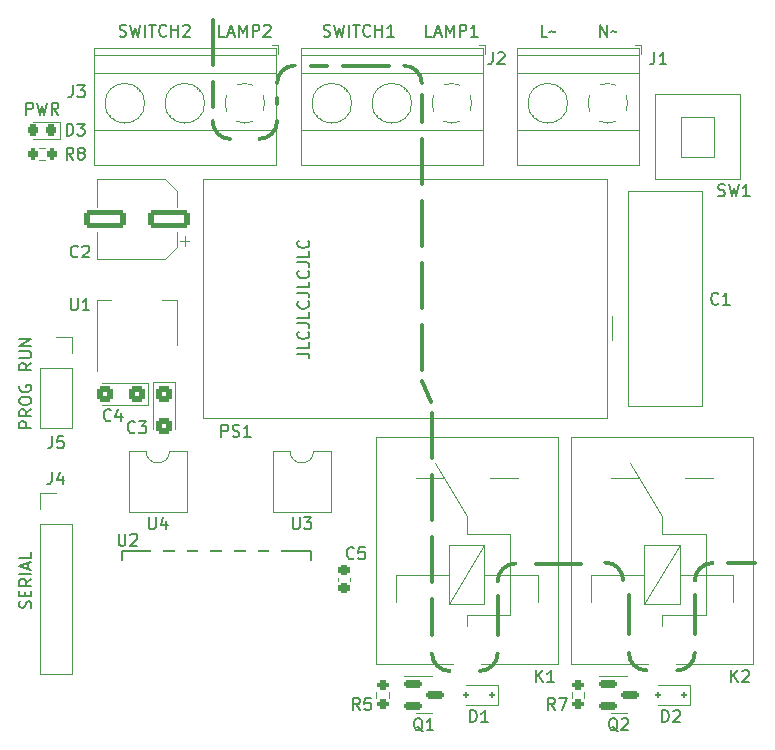
<source format=gto>
G04 #@! TF.GenerationSoftware,KiCad,Pcbnew,7.0.8*
G04 #@! TF.CreationDate,2024-05-09T20:38:46-03:00*
G04 #@! TF.ProjectId,lamp_module_x2,6c616d70-5f6d-46f6-9475-6c655f78322e,1.1*
G04 #@! TF.SameCoordinates,Original*
G04 #@! TF.FileFunction,Legend,Top*
G04 #@! TF.FilePolarity,Positive*
%FSLAX46Y46*%
G04 Gerber Fmt 4.6, Leading zero omitted, Abs format (unit mm)*
G04 Created by KiCad (PCBNEW 7.0.8) date 2024-05-09 20:38:46*
%MOMM*%
%LPD*%
G01*
G04 APERTURE LIST*
G04 Aperture macros list*
%AMRoundRect*
0 Rectangle with rounded corners*
0 $1 Rounding radius*
0 $2 $3 $4 $5 $6 $7 $8 $9 X,Y pos of 4 corners*
0 Add a 4 corners polygon primitive as box body*
4,1,4,$2,$3,$4,$5,$6,$7,$8,$9,$2,$3,0*
0 Add four circle primitives for the rounded corners*
1,1,$1+$1,$2,$3*
1,1,$1+$1,$4,$5*
1,1,$1+$1,$6,$7*
1,1,$1+$1,$8,$9*
0 Add four rect primitives between the rounded corners*
20,1,$1+$1,$2,$3,$4,$5,0*
20,1,$1+$1,$4,$5,$6,$7,0*
20,1,$1+$1,$6,$7,$8,$9,0*
20,1,$1+$1,$8,$9,$2,$3,0*%
G04 Aperture macros list end*
%ADD10C,0.200000*%
%ADD11C,0.350000*%
%ADD12C,0.150000*%
%ADD13C,0.120000*%
%ADD14C,0.152400*%
%ADD15RoundRect,0.125000X0.125000X0.125000X-0.125000X0.125000X-0.125000X-0.125000X0.125000X-0.125000X0*%
%ADD16R,2.000000X1.780000*%
%ADD17RoundRect,0.200000X-0.275000X0.200000X-0.275000X-0.200000X0.275000X-0.200000X0.275000X0.200000X0*%
%ADD18RoundRect,0.150000X-0.587500X-0.150000X0.587500X-0.150000X0.587500X0.150000X-0.587500X0.150000X0*%
%ADD19C,3.000000*%
%ADD20C,2.600000*%
%ADD21R,2.600000X2.600000*%
%ADD22RoundRect,0.225000X-0.250000X0.225000X-0.250000X-0.225000X0.250000X-0.225000X0.250000X0.225000X0*%
%ADD23C,2.500000*%
%ADD24O,1.700000X1.700000*%
%ADD25R,1.700000X1.700000*%
%ADD26RoundRect,0.218750X0.218750X0.256250X-0.218750X0.256250X-0.218750X-0.256250X0.218750X-0.256250X0*%
%ADD27R,1.500000X2.000000*%
%ADD28R,3.800000X2.000000*%
%ADD29RoundRect,0.250000X0.450000X0.425000X-0.450000X0.425000X-0.450000X-0.425000X0.450000X-0.425000X0*%
%ADD30R,1.100000X2.500000*%
%ADD31R,2.500000X1.100000*%
%ADD32C,2.400000*%
%ADD33R,2.300000X2.000000*%
%ADD34C,2.300000*%
%ADD35RoundRect,0.250000X-0.425000X0.450000X-0.425000X-0.450000X0.425000X-0.450000X0.425000X0.450000X0*%
%ADD36RoundRect,0.250000X1.500000X0.550000X-1.500000X0.550000X-1.500000X-0.550000X1.500000X-0.550000X0*%
%ADD37RoundRect,0.200000X-0.200000X-0.275000X0.200000X-0.275000X0.200000X0.275000X-0.200000X0.275000X0*%
%ADD38R,1.500000X1.500000*%
%ADD39C,1.500000*%
G04 APERTURE END LIST*
D10*
X137805219Y-79318770D02*
X138519504Y-79318770D01*
X138519504Y-79318770D02*
X138662361Y-79366389D01*
X138662361Y-79366389D02*
X138757600Y-79461627D01*
X138757600Y-79461627D02*
X138805219Y-79604484D01*
X138805219Y-79604484D02*
X138805219Y-79699722D01*
X138805219Y-78366389D02*
X138805219Y-78842579D01*
X138805219Y-78842579D02*
X137805219Y-78842579D01*
X138709980Y-77461627D02*
X138757600Y-77509246D01*
X138757600Y-77509246D02*
X138805219Y-77652103D01*
X138805219Y-77652103D02*
X138805219Y-77747341D01*
X138805219Y-77747341D02*
X138757600Y-77890198D01*
X138757600Y-77890198D02*
X138662361Y-77985436D01*
X138662361Y-77985436D02*
X138567123Y-78033055D01*
X138567123Y-78033055D02*
X138376647Y-78080674D01*
X138376647Y-78080674D02*
X138233790Y-78080674D01*
X138233790Y-78080674D02*
X138043314Y-78033055D01*
X138043314Y-78033055D02*
X137948076Y-77985436D01*
X137948076Y-77985436D02*
X137852838Y-77890198D01*
X137852838Y-77890198D02*
X137805219Y-77747341D01*
X137805219Y-77747341D02*
X137805219Y-77652103D01*
X137805219Y-77652103D02*
X137852838Y-77509246D01*
X137852838Y-77509246D02*
X137900457Y-77461627D01*
X137805219Y-76747341D02*
X138519504Y-76747341D01*
X138519504Y-76747341D02*
X138662361Y-76794960D01*
X138662361Y-76794960D02*
X138757600Y-76890198D01*
X138757600Y-76890198D02*
X138805219Y-77033055D01*
X138805219Y-77033055D02*
X138805219Y-77128293D01*
X138805219Y-75794960D02*
X138805219Y-76271150D01*
X138805219Y-76271150D02*
X137805219Y-76271150D01*
X138709980Y-74890198D02*
X138757600Y-74937817D01*
X138757600Y-74937817D02*
X138805219Y-75080674D01*
X138805219Y-75080674D02*
X138805219Y-75175912D01*
X138805219Y-75175912D02*
X138757600Y-75318769D01*
X138757600Y-75318769D02*
X138662361Y-75414007D01*
X138662361Y-75414007D02*
X138567123Y-75461626D01*
X138567123Y-75461626D02*
X138376647Y-75509245D01*
X138376647Y-75509245D02*
X138233790Y-75509245D01*
X138233790Y-75509245D02*
X138043314Y-75461626D01*
X138043314Y-75461626D02*
X137948076Y-75414007D01*
X137948076Y-75414007D02*
X137852838Y-75318769D01*
X137852838Y-75318769D02*
X137805219Y-75175912D01*
X137805219Y-75175912D02*
X137805219Y-75080674D01*
X137805219Y-75080674D02*
X137852838Y-74937817D01*
X137852838Y-74937817D02*
X137900457Y-74890198D01*
X137805219Y-74175912D02*
X138519504Y-74175912D01*
X138519504Y-74175912D02*
X138662361Y-74223531D01*
X138662361Y-74223531D02*
X138757600Y-74318769D01*
X138757600Y-74318769D02*
X138805219Y-74461626D01*
X138805219Y-74461626D02*
X138805219Y-74556864D01*
X138805219Y-73223531D02*
X138805219Y-73699721D01*
X138805219Y-73699721D02*
X137805219Y-73699721D01*
X138709980Y-72318769D02*
X138757600Y-72366388D01*
X138757600Y-72366388D02*
X138805219Y-72509245D01*
X138805219Y-72509245D02*
X138805219Y-72604483D01*
X138805219Y-72604483D02*
X138757600Y-72747340D01*
X138757600Y-72747340D02*
X138662361Y-72842578D01*
X138662361Y-72842578D02*
X138567123Y-72890197D01*
X138567123Y-72890197D02*
X138376647Y-72937816D01*
X138376647Y-72937816D02*
X138233790Y-72937816D01*
X138233790Y-72937816D02*
X138043314Y-72890197D01*
X138043314Y-72890197D02*
X137948076Y-72842578D01*
X137948076Y-72842578D02*
X137852838Y-72747340D01*
X137852838Y-72747340D02*
X137805219Y-72604483D01*
X137805219Y-72604483D02*
X137805219Y-72509245D01*
X137805219Y-72509245D02*
X137852838Y-72366388D01*
X137852838Y-72366388D02*
X137900457Y-72318769D01*
X137805219Y-71604483D02*
X138519504Y-71604483D01*
X138519504Y-71604483D02*
X138662361Y-71652102D01*
X138662361Y-71652102D02*
X138757600Y-71747340D01*
X138757600Y-71747340D02*
X138805219Y-71890197D01*
X138805219Y-71890197D02*
X138805219Y-71985435D01*
X138805219Y-70652102D02*
X138805219Y-71128292D01*
X138805219Y-71128292D02*
X137805219Y-71128292D01*
X138709980Y-69747340D02*
X138757600Y-69794959D01*
X138757600Y-69794959D02*
X138805219Y-69937816D01*
X138805219Y-69937816D02*
X138805219Y-70033054D01*
X138805219Y-70033054D02*
X138757600Y-70175911D01*
X138757600Y-70175911D02*
X138662361Y-70271149D01*
X138662361Y-70271149D02*
X138567123Y-70318768D01*
X138567123Y-70318768D02*
X138376647Y-70366387D01*
X138376647Y-70366387D02*
X138233790Y-70366387D01*
X138233790Y-70366387D02*
X138043314Y-70318768D01*
X138043314Y-70318768D02*
X137948076Y-70271149D01*
X137948076Y-70271149D02*
X137852838Y-70175911D01*
X137852838Y-70175911D02*
X137805219Y-70033054D01*
X137805219Y-70033054D02*
X137805219Y-69937816D01*
X137805219Y-69937816D02*
X137852838Y-69794959D01*
X137852838Y-69794959D02*
X137900457Y-69747340D01*
D11*
X149148800Y-83388200D02*
X148336000Y-81610200D01*
X157988000Y-97096661D02*
X161838000Y-97096661D01*
X149190647Y-84328000D02*
X149190647Y-88178000D01*
X149190647Y-89578000D02*
X149190647Y-93428000D01*
X149190647Y-94828000D02*
X149190647Y-98678000D01*
X149190647Y-100078000D02*
X149190647Y-103124015D01*
X149190647Y-104692715D02*
G75*
G03*
X150690647Y-106192715I1499999J-1D01*
G01*
X153254647Y-106192715D02*
G75*
G03*
X154754647Y-104692715I-1J1500001D01*
G01*
X154754647Y-99822015D02*
X154754647Y-103124015D01*
X156254647Y-97096661D02*
G75*
G03*
X154754647Y-98596661I20J-1500020D01*
G01*
X136075340Y-57658000D02*
X136075340Y-58166000D01*
X134575340Y-61145340D02*
G75*
G03*
X136075340Y-59645340I-1J1500001D01*
G01*
X130624660Y-59645340D02*
G75*
G03*
X132124660Y-61145340I1500001J1D01*
G01*
X130624660Y-51054000D02*
X130624660Y-54904000D01*
X130624660Y-56304000D02*
X130624660Y-58420000D01*
X145542000Y-54932660D02*
X141692000Y-54932660D01*
X140292000Y-54932660D02*
X138938000Y-54932660D01*
X137575340Y-54932660D02*
G75*
G03*
X136075340Y-56432660I1J-1500001D01*
G01*
X148336000Y-56432660D02*
G75*
G03*
X146836000Y-54932660I-1500001J-1D01*
G01*
X165886000Y-99777300D02*
X165886000Y-103079300D01*
X171450000Y-99777300D02*
X171450000Y-103079300D01*
X165862000Y-104648000D02*
G75*
G03*
X167362000Y-106148000I1500000J0D01*
G01*
X165378000Y-98507300D02*
G75*
G03*
X163878000Y-97007300I-1500000J0D01*
G01*
X174244000Y-97028000D02*
X176554000Y-97028000D01*
X172950000Y-97051900D02*
G75*
G03*
X171450000Y-98551946I100J-1500100D01*
G01*
X148336000Y-80727300D02*
X148336000Y-76877300D01*
X148336000Y-75477300D02*
X148336000Y-71627300D01*
X148336000Y-70227300D02*
X148336000Y-66377300D01*
X148336000Y-64977300D02*
X148336000Y-61127300D01*
X148336000Y-59727300D02*
X148336000Y-57404000D01*
X169950000Y-106148000D02*
G75*
G03*
X171450000Y-104648000I0J1500000D01*
G01*
D12*
X168679905Y-110508819D02*
X168679905Y-109508819D01*
X168679905Y-109508819D02*
X168918000Y-109508819D01*
X168918000Y-109508819D02*
X169060857Y-109556438D01*
X169060857Y-109556438D02*
X169156095Y-109651676D01*
X169156095Y-109651676D02*
X169203714Y-109746914D01*
X169203714Y-109746914D02*
X169251333Y-109937390D01*
X169251333Y-109937390D02*
X169251333Y-110080247D01*
X169251333Y-110080247D02*
X169203714Y-110270723D01*
X169203714Y-110270723D02*
X169156095Y-110365961D01*
X169156095Y-110365961D02*
X169060857Y-110461200D01*
X169060857Y-110461200D02*
X168918000Y-110508819D01*
X168918000Y-110508819D02*
X168679905Y-110508819D01*
X169632286Y-109604057D02*
X169679905Y-109556438D01*
X169679905Y-109556438D02*
X169775143Y-109508819D01*
X169775143Y-109508819D02*
X170013238Y-109508819D01*
X170013238Y-109508819D02*
X170108476Y-109556438D01*
X170108476Y-109556438D02*
X170156095Y-109604057D01*
X170156095Y-109604057D02*
X170203714Y-109699295D01*
X170203714Y-109699295D02*
X170203714Y-109794533D01*
X170203714Y-109794533D02*
X170156095Y-109937390D01*
X170156095Y-109937390D02*
X169584667Y-110508819D01*
X169584667Y-110508819D02*
X170203714Y-110508819D01*
X125222095Y-93180819D02*
X125222095Y-93990342D01*
X125222095Y-93990342D02*
X125269714Y-94085580D01*
X125269714Y-94085580D02*
X125317333Y-94133200D01*
X125317333Y-94133200D02*
X125412571Y-94180819D01*
X125412571Y-94180819D02*
X125603047Y-94180819D01*
X125603047Y-94180819D02*
X125698285Y-94133200D01*
X125698285Y-94133200D02*
X125745904Y-94085580D01*
X125745904Y-94085580D02*
X125793523Y-93990342D01*
X125793523Y-93990342D02*
X125793523Y-93180819D01*
X126698285Y-93514152D02*
X126698285Y-94180819D01*
X126460190Y-93133200D02*
X126222095Y-93847485D01*
X126222095Y-93847485D02*
X126841142Y-93847485D01*
X159599333Y-109483819D02*
X159266000Y-109007628D01*
X159027905Y-109483819D02*
X159027905Y-108483819D01*
X159027905Y-108483819D02*
X159408857Y-108483819D01*
X159408857Y-108483819D02*
X159504095Y-108531438D01*
X159504095Y-108531438D02*
X159551714Y-108579057D01*
X159551714Y-108579057D02*
X159599333Y-108674295D01*
X159599333Y-108674295D02*
X159599333Y-108817152D01*
X159599333Y-108817152D02*
X159551714Y-108912390D01*
X159551714Y-108912390D02*
X159504095Y-108960009D01*
X159504095Y-108960009D02*
X159408857Y-109007628D01*
X159408857Y-109007628D02*
X159027905Y-109007628D01*
X159932667Y-108483819D02*
X160599333Y-108483819D01*
X160599333Y-108483819D02*
X160170762Y-109483819D01*
X164926261Y-111294057D02*
X164831023Y-111246438D01*
X164831023Y-111246438D02*
X164735785Y-111151200D01*
X164735785Y-111151200D02*
X164592928Y-111008342D01*
X164592928Y-111008342D02*
X164497690Y-110960723D01*
X164497690Y-110960723D02*
X164402452Y-110960723D01*
X164450071Y-111198819D02*
X164354833Y-111151200D01*
X164354833Y-111151200D02*
X164259595Y-111055961D01*
X164259595Y-111055961D02*
X164211976Y-110865485D01*
X164211976Y-110865485D02*
X164211976Y-110532152D01*
X164211976Y-110532152D02*
X164259595Y-110341676D01*
X164259595Y-110341676D02*
X164354833Y-110246438D01*
X164354833Y-110246438D02*
X164450071Y-110198819D01*
X164450071Y-110198819D02*
X164640547Y-110198819D01*
X164640547Y-110198819D02*
X164735785Y-110246438D01*
X164735785Y-110246438D02*
X164831023Y-110341676D01*
X164831023Y-110341676D02*
X164878642Y-110532152D01*
X164878642Y-110532152D02*
X164878642Y-110865485D01*
X164878642Y-110865485D02*
X164831023Y-111055961D01*
X164831023Y-111055961D02*
X164735785Y-111151200D01*
X164735785Y-111151200D02*
X164640547Y-111198819D01*
X164640547Y-111198819D02*
X164450071Y-111198819D01*
X165259595Y-110294057D02*
X165307214Y-110246438D01*
X165307214Y-110246438D02*
X165402452Y-110198819D01*
X165402452Y-110198819D02*
X165640547Y-110198819D01*
X165640547Y-110198819D02*
X165735785Y-110246438D01*
X165735785Y-110246438D02*
X165783404Y-110294057D01*
X165783404Y-110294057D02*
X165831023Y-110389295D01*
X165831023Y-110389295D02*
X165831023Y-110484533D01*
X165831023Y-110484533D02*
X165783404Y-110627390D01*
X165783404Y-110627390D02*
X165211976Y-111198819D01*
X165211976Y-111198819D02*
X165831023Y-111198819D01*
X174521905Y-107134819D02*
X174521905Y-106134819D01*
X175093333Y-107134819D02*
X174664762Y-106563390D01*
X175093333Y-106134819D02*
X174521905Y-106706247D01*
X175474286Y-106230057D02*
X175521905Y-106182438D01*
X175521905Y-106182438D02*
X175617143Y-106134819D01*
X175617143Y-106134819D02*
X175855238Y-106134819D01*
X175855238Y-106134819D02*
X175950476Y-106182438D01*
X175950476Y-106182438D02*
X175998095Y-106230057D01*
X175998095Y-106230057D02*
X176045714Y-106325295D01*
X176045714Y-106325295D02*
X176045714Y-106420533D01*
X176045714Y-106420533D02*
X175998095Y-106563390D01*
X175998095Y-106563390D02*
X175426667Y-107134819D01*
X175426667Y-107134819D02*
X176045714Y-107134819D01*
X118792666Y-56604819D02*
X118792666Y-57319104D01*
X118792666Y-57319104D02*
X118745047Y-57461961D01*
X118745047Y-57461961D02*
X118649809Y-57557200D01*
X118649809Y-57557200D02*
X118506952Y-57604819D01*
X118506952Y-57604819D02*
X118411714Y-57604819D01*
X119173619Y-56604819D02*
X119792666Y-56604819D01*
X119792666Y-56604819D02*
X119459333Y-56985771D01*
X119459333Y-56985771D02*
X119602190Y-56985771D01*
X119602190Y-56985771D02*
X119697428Y-57033390D01*
X119697428Y-57033390D02*
X119745047Y-57081009D01*
X119745047Y-57081009D02*
X119792666Y-57176247D01*
X119792666Y-57176247D02*
X119792666Y-57414342D01*
X119792666Y-57414342D02*
X119745047Y-57509580D01*
X119745047Y-57509580D02*
X119697428Y-57557200D01*
X119697428Y-57557200D02*
X119602190Y-57604819D01*
X119602190Y-57604819D02*
X119316476Y-57604819D01*
X119316476Y-57604819D02*
X119221238Y-57557200D01*
X119221238Y-57557200D02*
X119173619Y-57509580D01*
X122753810Y-52432500D02*
X122896667Y-52480119D01*
X122896667Y-52480119D02*
X123134762Y-52480119D01*
X123134762Y-52480119D02*
X123230000Y-52432500D01*
X123230000Y-52432500D02*
X123277619Y-52384880D01*
X123277619Y-52384880D02*
X123325238Y-52289642D01*
X123325238Y-52289642D02*
X123325238Y-52194404D01*
X123325238Y-52194404D02*
X123277619Y-52099166D01*
X123277619Y-52099166D02*
X123230000Y-52051547D01*
X123230000Y-52051547D02*
X123134762Y-52003928D01*
X123134762Y-52003928D02*
X122944286Y-51956309D01*
X122944286Y-51956309D02*
X122849048Y-51908690D01*
X122849048Y-51908690D02*
X122801429Y-51861071D01*
X122801429Y-51861071D02*
X122753810Y-51765833D01*
X122753810Y-51765833D02*
X122753810Y-51670595D01*
X122753810Y-51670595D02*
X122801429Y-51575357D01*
X122801429Y-51575357D02*
X122849048Y-51527738D01*
X122849048Y-51527738D02*
X122944286Y-51480119D01*
X122944286Y-51480119D02*
X123182381Y-51480119D01*
X123182381Y-51480119D02*
X123325238Y-51527738D01*
X123658572Y-51480119D02*
X123896667Y-52480119D01*
X123896667Y-52480119D02*
X124087143Y-51765833D01*
X124087143Y-51765833D02*
X124277619Y-52480119D01*
X124277619Y-52480119D02*
X124515715Y-51480119D01*
X124896667Y-52480119D02*
X124896667Y-51480119D01*
X125230000Y-51480119D02*
X125801428Y-51480119D01*
X125515714Y-52480119D02*
X125515714Y-51480119D01*
X126706190Y-52384880D02*
X126658571Y-52432500D01*
X126658571Y-52432500D02*
X126515714Y-52480119D01*
X126515714Y-52480119D02*
X126420476Y-52480119D01*
X126420476Y-52480119D02*
X126277619Y-52432500D01*
X126277619Y-52432500D02*
X126182381Y-52337261D01*
X126182381Y-52337261D02*
X126134762Y-52242023D01*
X126134762Y-52242023D02*
X126087143Y-52051547D01*
X126087143Y-52051547D02*
X126087143Y-51908690D01*
X126087143Y-51908690D02*
X126134762Y-51718214D01*
X126134762Y-51718214D02*
X126182381Y-51622976D01*
X126182381Y-51622976D02*
X126277619Y-51527738D01*
X126277619Y-51527738D02*
X126420476Y-51480119D01*
X126420476Y-51480119D02*
X126515714Y-51480119D01*
X126515714Y-51480119D02*
X126658571Y-51527738D01*
X126658571Y-51527738D02*
X126706190Y-51575357D01*
X127134762Y-52480119D02*
X127134762Y-51480119D01*
X127134762Y-51956309D02*
X127706190Y-51956309D01*
X127706190Y-52480119D02*
X127706190Y-51480119D01*
X128134762Y-51575357D02*
X128182381Y-51527738D01*
X128182381Y-51527738D02*
X128277619Y-51480119D01*
X128277619Y-51480119D02*
X128515714Y-51480119D01*
X128515714Y-51480119D02*
X128610952Y-51527738D01*
X128610952Y-51527738D02*
X128658571Y-51575357D01*
X128658571Y-51575357D02*
X128706190Y-51670595D01*
X128706190Y-51670595D02*
X128706190Y-51765833D01*
X128706190Y-51765833D02*
X128658571Y-51908690D01*
X128658571Y-51908690D02*
X128087143Y-52480119D01*
X128087143Y-52480119D02*
X128706190Y-52480119D01*
X131683333Y-52480119D02*
X131207143Y-52480119D01*
X131207143Y-52480119D02*
X131207143Y-51480119D01*
X131969048Y-52194404D02*
X132445238Y-52194404D01*
X131873810Y-52480119D02*
X132207143Y-51480119D01*
X132207143Y-51480119D02*
X132540476Y-52480119D01*
X132873810Y-52480119D02*
X132873810Y-51480119D01*
X132873810Y-51480119D02*
X133207143Y-52194404D01*
X133207143Y-52194404D02*
X133540476Y-51480119D01*
X133540476Y-51480119D02*
X133540476Y-52480119D01*
X134016667Y-52480119D02*
X134016667Y-51480119D01*
X134016667Y-51480119D02*
X134397619Y-51480119D01*
X134397619Y-51480119D02*
X134492857Y-51527738D01*
X134492857Y-51527738D02*
X134540476Y-51575357D01*
X134540476Y-51575357D02*
X134588095Y-51670595D01*
X134588095Y-51670595D02*
X134588095Y-51813452D01*
X134588095Y-51813452D02*
X134540476Y-51908690D01*
X134540476Y-51908690D02*
X134492857Y-51956309D01*
X134492857Y-51956309D02*
X134397619Y-52003928D01*
X134397619Y-52003928D02*
X134016667Y-52003928D01*
X134969048Y-51575357D02*
X135016667Y-51527738D01*
X135016667Y-51527738D02*
X135111905Y-51480119D01*
X135111905Y-51480119D02*
X135350000Y-51480119D01*
X135350000Y-51480119D02*
X135445238Y-51527738D01*
X135445238Y-51527738D02*
X135492857Y-51575357D01*
X135492857Y-51575357D02*
X135540476Y-51670595D01*
X135540476Y-51670595D02*
X135540476Y-51765833D01*
X135540476Y-51765833D02*
X135492857Y-51908690D01*
X135492857Y-51908690D02*
X134921429Y-52480119D01*
X134921429Y-52480119D02*
X135540476Y-52480119D01*
X142581333Y-96625580D02*
X142533714Y-96673200D01*
X142533714Y-96673200D02*
X142390857Y-96720819D01*
X142390857Y-96720819D02*
X142295619Y-96720819D01*
X142295619Y-96720819D02*
X142152762Y-96673200D01*
X142152762Y-96673200D02*
X142057524Y-96577961D01*
X142057524Y-96577961D02*
X142009905Y-96482723D01*
X142009905Y-96482723D02*
X141962286Y-96292247D01*
X141962286Y-96292247D02*
X141962286Y-96149390D01*
X141962286Y-96149390D02*
X142009905Y-95958914D01*
X142009905Y-95958914D02*
X142057524Y-95863676D01*
X142057524Y-95863676D02*
X142152762Y-95768438D01*
X142152762Y-95768438D02*
X142295619Y-95720819D01*
X142295619Y-95720819D02*
X142390857Y-95720819D01*
X142390857Y-95720819D02*
X142533714Y-95768438D01*
X142533714Y-95768438D02*
X142581333Y-95816057D01*
X143486095Y-95720819D02*
X143009905Y-95720819D01*
X143009905Y-95720819D02*
X142962286Y-96197009D01*
X142962286Y-96197009D02*
X143009905Y-96149390D01*
X143009905Y-96149390D02*
X143105143Y-96101771D01*
X143105143Y-96101771D02*
X143343238Y-96101771D01*
X143343238Y-96101771D02*
X143438476Y-96149390D01*
X143438476Y-96149390D02*
X143486095Y-96197009D01*
X143486095Y-96197009D02*
X143533714Y-96292247D01*
X143533714Y-96292247D02*
X143533714Y-96530342D01*
X143533714Y-96530342D02*
X143486095Y-96625580D01*
X143486095Y-96625580D02*
X143438476Y-96673200D01*
X143438476Y-96673200D02*
X143343238Y-96720819D01*
X143343238Y-96720819D02*
X143105143Y-96720819D01*
X143105143Y-96720819D02*
X143009905Y-96673200D01*
X143009905Y-96673200D02*
X142962286Y-96625580D01*
X148416261Y-111294057D02*
X148321023Y-111246438D01*
X148321023Y-111246438D02*
X148225785Y-111151200D01*
X148225785Y-111151200D02*
X148082928Y-111008342D01*
X148082928Y-111008342D02*
X147987690Y-110960723D01*
X147987690Y-110960723D02*
X147892452Y-110960723D01*
X147940071Y-111198819D02*
X147844833Y-111151200D01*
X147844833Y-111151200D02*
X147749595Y-111055961D01*
X147749595Y-111055961D02*
X147701976Y-110865485D01*
X147701976Y-110865485D02*
X147701976Y-110532152D01*
X147701976Y-110532152D02*
X147749595Y-110341676D01*
X147749595Y-110341676D02*
X147844833Y-110246438D01*
X147844833Y-110246438D02*
X147940071Y-110198819D01*
X147940071Y-110198819D02*
X148130547Y-110198819D01*
X148130547Y-110198819D02*
X148225785Y-110246438D01*
X148225785Y-110246438D02*
X148321023Y-110341676D01*
X148321023Y-110341676D02*
X148368642Y-110532152D01*
X148368642Y-110532152D02*
X148368642Y-110865485D01*
X148368642Y-110865485D02*
X148321023Y-111055961D01*
X148321023Y-111055961D02*
X148225785Y-111151200D01*
X148225785Y-111151200D02*
X148130547Y-111198819D01*
X148130547Y-111198819D02*
X147940071Y-111198819D01*
X149321023Y-111198819D02*
X148749595Y-111198819D01*
X149035309Y-111198819D02*
X149035309Y-110198819D01*
X149035309Y-110198819D02*
X148940071Y-110341676D01*
X148940071Y-110341676D02*
X148844833Y-110436914D01*
X148844833Y-110436914D02*
X148749595Y-110484533D01*
X152423905Y-110508819D02*
X152423905Y-109508819D01*
X152423905Y-109508819D02*
X152662000Y-109508819D01*
X152662000Y-109508819D02*
X152804857Y-109556438D01*
X152804857Y-109556438D02*
X152900095Y-109651676D01*
X152900095Y-109651676D02*
X152947714Y-109746914D01*
X152947714Y-109746914D02*
X152995333Y-109937390D01*
X152995333Y-109937390D02*
X152995333Y-110080247D01*
X152995333Y-110080247D02*
X152947714Y-110270723D01*
X152947714Y-110270723D02*
X152900095Y-110365961D01*
X152900095Y-110365961D02*
X152804857Y-110461200D01*
X152804857Y-110461200D02*
X152662000Y-110508819D01*
X152662000Y-110508819D02*
X152423905Y-110508819D01*
X153947714Y-110508819D02*
X153376286Y-110508819D01*
X153662000Y-110508819D02*
X153662000Y-109508819D01*
X153662000Y-109508819D02*
X153566762Y-109651676D01*
X153566762Y-109651676D02*
X153471524Y-109746914D01*
X153471524Y-109746914D02*
X153376286Y-109794533D01*
X117039666Y-86322819D02*
X117039666Y-87037104D01*
X117039666Y-87037104D02*
X116992047Y-87179961D01*
X116992047Y-87179961D02*
X116896809Y-87275200D01*
X116896809Y-87275200D02*
X116753952Y-87322819D01*
X116753952Y-87322819D02*
X116658714Y-87322819D01*
X117992047Y-86322819D02*
X117515857Y-86322819D01*
X117515857Y-86322819D02*
X117468238Y-86799009D01*
X117468238Y-86799009D02*
X117515857Y-86751390D01*
X117515857Y-86751390D02*
X117611095Y-86703771D01*
X117611095Y-86703771D02*
X117849190Y-86703771D01*
X117849190Y-86703771D02*
X117944428Y-86751390D01*
X117944428Y-86751390D02*
X117992047Y-86799009D01*
X117992047Y-86799009D02*
X118039666Y-86894247D01*
X118039666Y-86894247D02*
X118039666Y-87132342D01*
X118039666Y-87132342D02*
X117992047Y-87227580D01*
X117992047Y-87227580D02*
X117944428Y-87275200D01*
X117944428Y-87275200D02*
X117849190Y-87322819D01*
X117849190Y-87322819D02*
X117611095Y-87322819D01*
X117611095Y-87322819D02*
X117515857Y-87275200D01*
X117515857Y-87275200D02*
X117468238Y-87227580D01*
X115262819Y-85605713D02*
X114262819Y-85605713D01*
X114262819Y-85605713D02*
X114262819Y-85224761D01*
X114262819Y-85224761D02*
X114310438Y-85129523D01*
X114310438Y-85129523D02*
X114358057Y-85081904D01*
X114358057Y-85081904D02*
X114453295Y-85034285D01*
X114453295Y-85034285D02*
X114596152Y-85034285D01*
X114596152Y-85034285D02*
X114691390Y-85081904D01*
X114691390Y-85081904D02*
X114739009Y-85129523D01*
X114739009Y-85129523D02*
X114786628Y-85224761D01*
X114786628Y-85224761D02*
X114786628Y-85605713D01*
X115262819Y-84034285D02*
X114786628Y-84367618D01*
X115262819Y-84605713D02*
X114262819Y-84605713D01*
X114262819Y-84605713D02*
X114262819Y-84224761D01*
X114262819Y-84224761D02*
X114310438Y-84129523D01*
X114310438Y-84129523D02*
X114358057Y-84081904D01*
X114358057Y-84081904D02*
X114453295Y-84034285D01*
X114453295Y-84034285D02*
X114596152Y-84034285D01*
X114596152Y-84034285D02*
X114691390Y-84081904D01*
X114691390Y-84081904D02*
X114739009Y-84129523D01*
X114739009Y-84129523D02*
X114786628Y-84224761D01*
X114786628Y-84224761D02*
X114786628Y-84605713D01*
X114262819Y-83415237D02*
X114262819Y-83224761D01*
X114262819Y-83224761D02*
X114310438Y-83129523D01*
X114310438Y-83129523D02*
X114405676Y-83034285D01*
X114405676Y-83034285D02*
X114596152Y-82986666D01*
X114596152Y-82986666D02*
X114929485Y-82986666D01*
X114929485Y-82986666D02*
X115119961Y-83034285D01*
X115119961Y-83034285D02*
X115215200Y-83129523D01*
X115215200Y-83129523D02*
X115262819Y-83224761D01*
X115262819Y-83224761D02*
X115262819Y-83415237D01*
X115262819Y-83415237D02*
X115215200Y-83510475D01*
X115215200Y-83510475D02*
X115119961Y-83605713D01*
X115119961Y-83605713D02*
X114929485Y-83653332D01*
X114929485Y-83653332D02*
X114596152Y-83653332D01*
X114596152Y-83653332D02*
X114405676Y-83605713D01*
X114405676Y-83605713D02*
X114310438Y-83510475D01*
X114310438Y-83510475D02*
X114262819Y-83415237D01*
X114310438Y-82034285D02*
X114262819Y-82129523D01*
X114262819Y-82129523D02*
X114262819Y-82272380D01*
X114262819Y-82272380D02*
X114310438Y-82415237D01*
X114310438Y-82415237D02*
X114405676Y-82510475D01*
X114405676Y-82510475D02*
X114500914Y-82558094D01*
X114500914Y-82558094D02*
X114691390Y-82605713D01*
X114691390Y-82605713D02*
X114834247Y-82605713D01*
X114834247Y-82605713D02*
X115024723Y-82558094D01*
X115024723Y-82558094D02*
X115119961Y-82510475D01*
X115119961Y-82510475D02*
X115215200Y-82415237D01*
X115215200Y-82415237D02*
X115262819Y-82272380D01*
X115262819Y-82272380D02*
X115262819Y-82177142D01*
X115262819Y-82177142D02*
X115215200Y-82034285D01*
X115215200Y-82034285D02*
X115167580Y-81986666D01*
X115167580Y-81986666D02*
X114834247Y-81986666D01*
X114834247Y-81986666D02*
X114834247Y-82177142D01*
X115262819Y-80113095D02*
X114786628Y-80446428D01*
X115262819Y-80684523D02*
X114262819Y-80684523D01*
X114262819Y-80684523D02*
X114262819Y-80303571D01*
X114262819Y-80303571D02*
X114310438Y-80208333D01*
X114310438Y-80208333D02*
X114358057Y-80160714D01*
X114358057Y-80160714D02*
X114453295Y-80113095D01*
X114453295Y-80113095D02*
X114596152Y-80113095D01*
X114596152Y-80113095D02*
X114691390Y-80160714D01*
X114691390Y-80160714D02*
X114739009Y-80208333D01*
X114739009Y-80208333D02*
X114786628Y-80303571D01*
X114786628Y-80303571D02*
X114786628Y-80684523D01*
X114262819Y-79684523D02*
X115072342Y-79684523D01*
X115072342Y-79684523D02*
X115167580Y-79636904D01*
X115167580Y-79636904D02*
X115215200Y-79589285D01*
X115215200Y-79589285D02*
X115262819Y-79494047D01*
X115262819Y-79494047D02*
X115262819Y-79303571D01*
X115262819Y-79303571D02*
X115215200Y-79208333D01*
X115215200Y-79208333D02*
X115167580Y-79160714D01*
X115167580Y-79160714D02*
X115072342Y-79113095D01*
X115072342Y-79113095D02*
X114262819Y-79113095D01*
X115262819Y-78636904D02*
X114262819Y-78636904D01*
X114262819Y-78636904D02*
X115262819Y-78065476D01*
X115262819Y-78065476D02*
X114262819Y-78065476D01*
X118260905Y-60862119D02*
X118260905Y-59862119D01*
X118260905Y-59862119D02*
X118499000Y-59862119D01*
X118499000Y-59862119D02*
X118641857Y-59909738D01*
X118641857Y-59909738D02*
X118737095Y-60004976D01*
X118737095Y-60004976D02*
X118784714Y-60100214D01*
X118784714Y-60100214D02*
X118832333Y-60290690D01*
X118832333Y-60290690D02*
X118832333Y-60433547D01*
X118832333Y-60433547D02*
X118784714Y-60624023D01*
X118784714Y-60624023D02*
X118737095Y-60719261D01*
X118737095Y-60719261D02*
X118641857Y-60814500D01*
X118641857Y-60814500D02*
X118499000Y-60862119D01*
X118499000Y-60862119D02*
X118260905Y-60862119D01*
X119165667Y-59862119D02*
X119784714Y-59862119D01*
X119784714Y-59862119D02*
X119451381Y-60243071D01*
X119451381Y-60243071D02*
X119594238Y-60243071D01*
X119594238Y-60243071D02*
X119689476Y-60290690D01*
X119689476Y-60290690D02*
X119737095Y-60338309D01*
X119737095Y-60338309D02*
X119784714Y-60433547D01*
X119784714Y-60433547D02*
X119784714Y-60671642D01*
X119784714Y-60671642D02*
X119737095Y-60766880D01*
X119737095Y-60766880D02*
X119689476Y-60814500D01*
X119689476Y-60814500D02*
X119594238Y-60862119D01*
X119594238Y-60862119D02*
X119308524Y-60862119D01*
X119308524Y-60862119D02*
X119213286Y-60814500D01*
X119213286Y-60814500D02*
X119165667Y-60766880D01*
X114851667Y-59084119D02*
X114851667Y-58084119D01*
X114851667Y-58084119D02*
X115232619Y-58084119D01*
X115232619Y-58084119D02*
X115327857Y-58131738D01*
X115327857Y-58131738D02*
X115375476Y-58179357D01*
X115375476Y-58179357D02*
X115423095Y-58274595D01*
X115423095Y-58274595D02*
X115423095Y-58417452D01*
X115423095Y-58417452D02*
X115375476Y-58512690D01*
X115375476Y-58512690D02*
X115327857Y-58560309D01*
X115327857Y-58560309D02*
X115232619Y-58607928D01*
X115232619Y-58607928D02*
X114851667Y-58607928D01*
X115756429Y-58084119D02*
X115994524Y-59084119D01*
X115994524Y-59084119D02*
X116185000Y-58369833D01*
X116185000Y-58369833D02*
X116375476Y-59084119D01*
X116375476Y-59084119D02*
X116613572Y-58084119D01*
X117565952Y-59084119D02*
X117232619Y-58607928D01*
X116994524Y-59084119D02*
X116994524Y-58084119D01*
X116994524Y-58084119D02*
X117375476Y-58084119D01*
X117375476Y-58084119D02*
X117470714Y-58131738D01*
X117470714Y-58131738D02*
X117518333Y-58179357D01*
X117518333Y-58179357D02*
X117565952Y-58274595D01*
X117565952Y-58274595D02*
X117565952Y-58417452D01*
X117565952Y-58417452D02*
X117518333Y-58512690D01*
X117518333Y-58512690D02*
X117470714Y-58560309D01*
X117470714Y-58560309D02*
X117375476Y-58607928D01*
X117375476Y-58607928D02*
X116994524Y-58607928D01*
X158011905Y-107134819D02*
X158011905Y-106134819D01*
X158583333Y-107134819D02*
X158154762Y-106563390D01*
X158583333Y-106134819D02*
X158011905Y-106706247D01*
X159535714Y-107134819D02*
X158964286Y-107134819D01*
X159250000Y-107134819D02*
X159250000Y-106134819D01*
X159250000Y-106134819D02*
X159154762Y-106277676D01*
X159154762Y-106277676D02*
X159059524Y-106372914D01*
X159059524Y-106372914D02*
X158964286Y-106420533D01*
X154352666Y-53810819D02*
X154352666Y-54525104D01*
X154352666Y-54525104D02*
X154305047Y-54667961D01*
X154305047Y-54667961D02*
X154209809Y-54763200D01*
X154209809Y-54763200D02*
X154066952Y-54810819D01*
X154066952Y-54810819D02*
X153971714Y-54810819D01*
X154781238Y-53906057D02*
X154828857Y-53858438D01*
X154828857Y-53858438D02*
X154924095Y-53810819D01*
X154924095Y-53810819D02*
X155162190Y-53810819D01*
X155162190Y-53810819D02*
X155257428Y-53858438D01*
X155257428Y-53858438D02*
X155305047Y-53906057D01*
X155305047Y-53906057D02*
X155352666Y-54001295D01*
X155352666Y-54001295D02*
X155352666Y-54096533D01*
X155352666Y-54096533D02*
X155305047Y-54239390D01*
X155305047Y-54239390D02*
X154733619Y-54810819D01*
X154733619Y-54810819D02*
X155352666Y-54810819D01*
X149209333Y-52480119D02*
X148733143Y-52480119D01*
X148733143Y-52480119D02*
X148733143Y-51480119D01*
X149495048Y-52194404D02*
X149971238Y-52194404D01*
X149399810Y-52480119D02*
X149733143Y-51480119D01*
X149733143Y-51480119D02*
X150066476Y-52480119D01*
X150399810Y-52480119D02*
X150399810Y-51480119D01*
X150399810Y-51480119D02*
X150733143Y-52194404D01*
X150733143Y-52194404D02*
X151066476Y-51480119D01*
X151066476Y-51480119D02*
X151066476Y-52480119D01*
X151542667Y-52480119D02*
X151542667Y-51480119D01*
X151542667Y-51480119D02*
X151923619Y-51480119D01*
X151923619Y-51480119D02*
X152018857Y-51527738D01*
X152018857Y-51527738D02*
X152066476Y-51575357D01*
X152066476Y-51575357D02*
X152114095Y-51670595D01*
X152114095Y-51670595D02*
X152114095Y-51813452D01*
X152114095Y-51813452D02*
X152066476Y-51908690D01*
X152066476Y-51908690D02*
X152018857Y-51956309D01*
X152018857Y-51956309D02*
X151923619Y-52003928D01*
X151923619Y-52003928D02*
X151542667Y-52003928D01*
X153066476Y-52480119D02*
X152495048Y-52480119D01*
X152780762Y-52480119D02*
X152780762Y-51480119D01*
X152780762Y-51480119D02*
X152685524Y-51622976D01*
X152685524Y-51622976D02*
X152590286Y-51718214D01*
X152590286Y-51718214D02*
X152495048Y-51765833D01*
X140025810Y-52432500D02*
X140168667Y-52480119D01*
X140168667Y-52480119D02*
X140406762Y-52480119D01*
X140406762Y-52480119D02*
X140502000Y-52432500D01*
X140502000Y-52432500D02*
X140549619Y-52384880D01*
X140549619Y-52384880D02*
X140597238Y-52289642D01*
X140597238Y-52289642D02*
X140597238Y-52194404D01*
X140597238Y-52194404D02*
X140549619Y-52099166D01*
X140549619Y-52099166D02*
X140502000Y-52051547D01*
X140502000Y-52051547D02*
X140406762Y-52003928D01*
X140406762Y-52003928D02*
X140216286Y-51956309D01*
X140216286Y-51956309D02*
X140121048Y-51908690D01*
X140121048Y-51908690D02*
X140073429Y-51861071D01*
X140073429Y-51861071D02*
X140025810Y-51765833D01*
X140025810Y-51765833D02*
X140025810Y-51670595D01*
X140025810Y-51670595D02*
X140073429Y-51575357D01*
X140073429Y-51575357D02*
X140121048Y-51527738D01*
X140121048Y-51527738D02*
X140216286Y-51480119D01*
X140216286Y-51480119D02*
X140454381Y-51480119D01*
X140454381Y-51480119D02*
X140597238Y-51527738D01*
X140930572Y-51480119D02*
X141168667Y-52480119D01*
X141168667Y-52480119D02*
X141359143Y-51765833D01*
X141359143Y-51765833D02*
X141549619Y-52480119D01*
X141549619Y-52480119D02*
X141787715Y-51480119D01*
X142168667Y-52480119D02*
X142168667Y-51480119D01*
X142502000Y-51480119D02*
X143073428Y-51480119D01*
X142787714Y-52480119D02*
X142787714Y-51480119D01*
X143978190Y-52384880D02*
X143930571Y-52432500D01*
X143930571Y-52432500D02*
X143787714Y-52480119D01*
X143787714Y-52480119D02*
X143692476Y-52480119D01*
X143692476Y-52480119D02*
X143549619Y-52432500D01*
X143549619Y-52432500D02*
X143454381Y-52337261D01*
X143454381Y-52337261D02*
X143406762Y-52242023D01*
X143406762Y-52242023D02*
X143359143Y-52051547D01*
X143359143Y-52051547D02*
X143359143Y-51908690D01*
X143359143Y-51908690D02*
X143406762Y-51718214D01*
X143406762Y-51718214D02*
X143454381Y-51622976D01*
X143454381Y-51622976D02*
X143549619Y-51527738D01*
X143549619Y-51527738D02*
X143692476Y-51480119D01*
X143692476Y-51480119D02*
X143787714Y-51480119D01*
X143787714Y-51480119D02*
X143930571Y-51527738D01*
X143930571Y-51527738D02*
X143978190Y-51575357D01*
X144406762Y-52480119D02*
X144406762Y-51480119D01*
X144406762Y-51956309D02*
X144978190Y-51956309D01*
X144978190Y-52480119D02*
X144978190Y-51480119D01*
X145978190Y-52480119D02*
X145406762Y-52480119D01*
X145692476Y-52480119D02*
X145692476Y-51480119D01*
X145692476Y-51480119D02*
X145597238Y-51622976D01*
X145597238Y-51622976D02*
X145502000Y-51718214D01*
X145502000Y-51718214D02*
X145406762Y-51765833D01*
X117014666Y-89370819D02*
X117014666Y-90085104D01*
X117014666Y-90085104D02*
X116967047Y-90227961D01*
X116967047Y-90227961D02*
X116871809Y-90323200D01*
X116871809Y-90323200D02*
X116728952Y-90370819D01*
X116728952Y-90370819D02*
X116633714Y-90370819D01*
X117919428Y-89704152D02*
X117919428Y-90370819D01*
X117681333Y-89323200D02*
X117443238Y-90037485D01*
X117443238Y-90037485D02*
X118062285Y-90037485D01*
X115215200Y-100861523D02*
X115262819Y-100718666D01*
X115262819Y-100718666D02*
X115262819Y-100480571D01*
X115262819Y-100480571D02*
X115215200Y-100385333D01*
X115215200Y-100385333D02*
X115167580Y-100337714D01*
X115167580Y-100337714D02*
X115072342Y-100290095D01*
X115072342Y-100290095D02*
X114977104Y-100290095D01*
X114977104Y-100290095D02*
X114881866Y-100337714D01*
X114881866Y-100337714D02*
X114834247Y-100385333D01*
X114834247Y-100385333D02*
X114786628Y-100480571D01*
X114786628Y-100480571D02*
X114739009Y-100671047D01*
X114739009Y-100671047D02*
X114691390Y-100766285D01*
X114691390Y-100766285D02*
X114643771Y-100813904D01*
X114643771Y-100813904D02*
X114548533Y-100861523D01*
X114548533Y-100861523D02*
X114453295Y-100861523D01*
X114453295Y-100861523D02*
X114358057Y-100813904D01*
X114358057Y-100813904D02*
X114310438Y-100766285D01*
X114310438Y-100766285D02*
X114262819Y-100671047D01*
X114262819Y-100671047D02*
X114262819Y-100432952D01*
X114262819Y-100432952D02*
X114310438Y-100290095D01*
X114739009Y-99861523D02*
X114739009Y-99528190D01*
X115262819Y-99385333D02*
X115262819Y-99861523D01*
X115262819Y-99861523D02*
X114262819Y-99861523D01*
X114262819Y-99861523D02*
X114262819Y-99385333D01*
X115262819Y-98385333D02*
X114786628Y-98718666D01*
X115262819Y-98956761D02*
X114262819Y-98956761D01*
X114262819Y-98956761D02*
X114262819Y-98575809D01*
X114262819Y-98575809D02*
X114310438Y-98480571D01*
X114310438Y-98480571D02*
X114358057Y-98432952D01*
X114358057Y-98432952D02*
X114453295Y-98385333D01*
X114453295Y-98385333D02*
X114596152Y-98385333D01*
X114596152Y-98385333D02*
X114691390Y-98432952D01*
X114691390Y-98432952D02*
X114739009Y-98480571D01*
X114739009Y-98480571D02*
X114786628Y-98575809D01*
X114786628Y-98575809D02*
X114786628Y-98956761D01*
X115262819Y-97956761D02*
X114262819Y-97956761D01*
X114977104Y-97528190D02*
X114977104Y-97052000D01*
X115262819Y-97623428D02*
X114262819Y-97290095D01*
X114262819Y-97290095D02*
X115262819Y-96956762D01*
X115262819Y-96147238D02*
X115262819Y-96623428D01*
X115262819Y-96623428D02*
X114262819Y-96623428D01*
X168036666Y-53810819D02*
X168036666Y-54525104D01*
X168036666Y-54525104D02*
X167989047Y-54667961D01*
X167989047Y-54667961D02*
X167893809Y-54763200D01*
X167893809Y-54763200D02*
X167750952Y-54810819D01*
X167750952Y-54810819D02*
X167655714Y-54810819D01*
X169036666Y-54810819D02*
X168465238Y-54810819D01*
X168750952Y-54810819D02*
X168750952Y-53810819D01*
X168750952Y-53810819D02*
X168655714Y-53953676D01*
X168655714Y-53953676D02*
X168560476Y-54048914D01*
X168560476Y-54048914D02*
X168465238Y-54096533D01*
X158956380Y-52480119D02*
X158480190Y-52480119D01*
X158480190Y-52480119D02*
X158480190Y-51480119D01*
X159146857Y-52099166D02*
X159194476Y-52051547D01*
X159194476Y-52051547D02*
X159289714Y-52003928D01*
X159289714Y-52003928D02*
X159480190Y-52099166D01*
X159480190Y-52099166D02*
X159575428Y-52051547D01*
X159575428Y-52051547D02*
X159623047Y-52003928D01*
X163441143Y-52480119D02*
X163441143Y-51480119D01*
X163441143Y-51480119D02*
X164012571Y-52480119D01*
X164012571Y-52480119D02*
X164012571Y-51480119D01*
X164345905Y-52099166D02*
X164393524Y-52051547D01*
X164393524Y-52051547D02*
X164488762Y-52003928D01*
X164488762Y-52003928D02*
X164679238Y-52099166D01*
X164679238Y-52099166D02*
X164774476Y-52051547D01*
X164774476Y-52051547D02*
X164822095Y-52003928D01*
X118618095Y-74638819D02*
X118618095Y-75448342D01*
X118618095Y-75448342D02*
X118665714Y-75543580D01*
X118665714Y-75543580D02*
X118713333Y-75591200D01*
X118713333Y-75591200D02*
X118808571Y-75638819D01*
X118808571Y-75638819D02*
X118999047Y-75638819D01*
X118999047Y-75638819D02*
X119094285Y-75591200D01*
X119094285Y-75591200D02*
X119141904Y-75543580D01*
X119141904Y-75543580D02*
X119189523Y-75448342D01*
X119189523Y-75448342D02*
X119189523Y-74638819D01*
X120189523Y-75638819D02*
X119618095Y-75638819D01*
X119903809Y-75638819D02*
X119903809Y-74638819D01*
X119903809Y-74638819D02*
X119808571Y-74781676D01*
X119808571Y-74781676D02*
X119713333Y-74876914D01*
X119713333Y-74876914D02*
X119618095Y-74924533D01*
X143089333Y-109483819D02*
X142756000Y-109007628D01*
X142517905Y-109483819D02*
X142517905Y-108483819D01*
X142517905Y-108483819D02*
X142898857Y-108483819D01*
X142898857Y-108483819D02*
X142994095Y-108531438D01*
X142994095Y-108531438D02*
X143041714Y-108579057D01*
X143041714Y-108579057D02*
X143089333Y-108674295D01*
X143089333Y-108674295D02*
X143089333Y-108817152D01*
X143089333Y-108817152D02*
X143041714Y-108912390D01*
X143041714Y-108912390D02*
X142994095Y-108960009D01*
X142994095Y-108960009D02*
X142898857Y-109007628D01*
X142898857Y-109007628D02*
X142517905Y-109007628D01*
X143994095Y-108483819D02*
X143517905Y-108483819D01*
X143517905Y-108483819D02*
X143470286Y-108960009D01*
X143470286Y-108960009D02*
X143517905Y-108912390D01*
X143517905Y-108912390D02*
X143613143Y-108864771D01*
X143613143Y-108864771D02*
X143851238Y-108864771D01*
X143851238Y-108864771D02*
X143946476Y-108912390D01*
X143946476Y-108912390D02*
X143994095Y-108960009D01*
X143994095Y-108960009D02*
X144041714Y-109055247D01*
X144041714Y-109055247D02*
X144041714Y-109293342D01*
X144041714Y-109293342D02*
X143994095Y-109388580D01*
X143994095Y-109388580D02*
X143946476Y-109436200D01*
X143946476Y-109436200D02*
X143851238Y-109483819D01*
X143851238Y-109483819D02*
X143613143Y-109483819D01*
X143613143Y-109483819D02*
X143517905Y-109436200D01*
X143517905Y-109436200D02*
X143470286Y-109388580D01*
X122007333Y-84941580D02*
X121959714Y-84989200D01*
X121959714Y-84989200D02*
X121816857Y-85036819D01*
X121816857Y-85036819D02*
X121721619Y-85036819D01*
X121721619Y-85036819D02*
X121578762Y-84989200D01*
X121578762Y-84989200D02*
X121483524Y-84893961D01*
X121483524Y-84893961D02*
X121435905Y-84798723D01*
X121435905Y-84798723D02*
X121388286Y-84608247D01*
X121388286Y-84608247D02*
X121388286Y-84465390D01*
X121388286Y-84465390D02*
X121435905Y-84274914D01*
X121435905Y-84274914D02*
X121483524Y-84179676D01*
X121483524Y-84179676D02*
X121578762Y-84084438D01*
X121578762Y-84084438D02*
X121721619Y-84036819D01*
X121721619Y-84036819D02*
X121816857Y-84036819D01*
X121816857Y-84036819D02*
X121959714Y-84084438D01*
X121959714Y-84084438D02*
X122007333Y-84132057D01*
X122864476Y-84370152D02*
X122864476Y-85036819D01*
X122626381Y-83989200D02*
X122388286Y-84703485D01*
X122388286Y-84703485D02*
X123007333Y-84703485D01*
X122667095Y-94578665D02*
X122667095Y-95388188D01*
X122667095Y-95388188D02*
X122714714Y-95483426D01*
X122714714Y-95483426D02*
X122762333Y-95531046D01*
X122762333Y-95531046D02*
X122857571Y-95578665D01*
X122857571Y-95578665D02*
X123048047Y-95578665D01*
X123048047Y-95578665D02*
X123143285Y-95531046D01*
X123143285Y-95531046D02*
X123190904Y-95483426D01*
X123190904Y-95483426D02*
X123238523Y-95388188D01*
X123238523Y-95388188D02*
X123238523Y-94578665D01*
X123667095Y-94673903D02*
X123714714Y-94626284D01*
X123714714Y-94626284D02*
X123809952Y-94578665D01*
X123809952Y-94578665D02*
X124048047Y-94578665D01*
X124048047Y-94578665D02*
X124143285Y-94626284D01*
X124143285Y-94626284D02*
X124190904Y-94673903D01*
X124190904Y-94673903D02*
X124238523Y-94769141D01*
X124238523Y-94769141D02*
X124238523Y-94864379D01*
X124238523Y-94864379D02*
X124190904Y-95007236D01*
X124190904Y-95007236D02*
X123619476Y-95578665D01*
X123619476Y-95578665D02*
X124238523Y-95578665D01*
X173441333Y-75070880D02*
X173393714Y-75118500D01*
X173393714Y-75118500D02*
X173250857Y-75166119D01*
X173250857Y-75166119D02*
X173155619Y-75166119D01*
X173155619Y-75166119D02*
X173012762Y-75118500D01*
X173012762Y-75118500D02*
X172917524Y-75023261D01*
X172917524Y-75023261D02*
X172869905Y-74928023D01*
X172869905Y-74928023D02*
X172822286Y-74737547D01*
X172822286Y-74737547D02*
X172822286Y-74594690D01*
X172822286Y-74594690D02*
X172869905Y-74404214D01*
X172869905Y-74404214D02*
X172917524Y-74308976D01*
X172917524Y-74308976D02*
X173012762Y-74213738D01*
X173012762Y-74213738D02*
X173155619Y-74166119D01*
X173155619Y-74166119D02*
X173250857Y-74166119D01*
X173250857Y-74166119D02*
X173393714Y-74213738D01*
X173393714Y-74213738D02*
X173441333Y-74261357D01*
X174393714Y-75166119D02*
X173822286Y-75166119D01*
X174108000Y-75166119D02*
X174108000Y-74166119D01*
X174108000Y-74166119D02*
X174012762Y-74308976D01*
X174012762Y-74308976D02*
X173917524Y-74404214D01*
X173917524Y-74404214D02*
X173822286Y-74451833D01*
X137414095Y-93180819D02*
X137414095Y-93990342D01*
X137414095Y-93990342D02*
X137461714Y-94085580D01*
X137461714Y-94085580D02*
X137509333Y-94133200D01*
X137509333Y-94133200D02*
X137604571Y-94180819D01*
X137604571Y-94180819D02*
X137795047Y-94180819D01*
X137795047Y-94180819D02*
X137890285Y-94133200D01*
X137890285Y-94133200D02*
X137937904Y-94085580D01*
X137937904Y-94085580D02*
X137985523Y-93990342D01*
X137985523Y-93990342D02*
X137985523Y-93180819D01*
X138366476Y-93180819D02*
X138985523Y-93180819D01*
X138985523Y-93180819D02*
X138652190Y-93561771D01*
X138652190Y-93561771D02*
X138795047Y-93561771D01*
X138795047Y-93561771D02*
X138890285Y-93609390D01*
X138890285Y-93609390D02*
X138937904Y-93657009D01*
X138937904Y-93657009D02*
X138985523Y-93752247D01*
X138985523Y-93752247D02*
X138985523Y-93990342D01*
X138985523Y-93990342D02*
X138937904Y-94085580D01*
X138937904Y-94085580D02*
X138890285Y-94133200D01*
X138890285Y-94133200D02*
X138795047Y-94180819D01*
X138795047Y-94180819D02*
X138509333Y-94180819D01*
X138509333Y-94180819D02*
X138414095Y-94133200D01*
X138414095Y-94133200D02*
X138366476Y-94085580D01*
X131373714Y-86358119D02*
X131373714Y-85358119D01*
X131373714Y-85358119D02*
X131754666Y-85358119D01*
X131754666Y-85358119D02*
X131849904Y-85405738D01*
X131849904Y-85405738D02*
X131897523Y-85453357D01*
X131897523Y-85453357D02*
X131945142Y-85548595D01*
X131945142Y-85548595D02*
X131945142Y-85691452D01*
X131945142Y-85691452D02*
X131897523Y-85786690D01*
X131897523Y-85786690D02*
X131849904Y-85834309D01*
X131849904Y-85834309D02*
X131754666Y-85881928D01*
X131754666Y-85881928D02*
X131373714Y-85881928D01*
X132326095Y-86310500D02*
X132468952Y-86358119D01*
X132468952Y-86358119D02*
X132707047Y-86358119D01*
X132707047Y-86358119D02*
X132802285Y-86310500D01*
X132802285Y-86310500D02*
X132849904Y-86262880D01*
X132849904Y-86262880D02*
X132897523Y-86167642D01*
X132897523Y-86167642D02*
X132897523Y-86072404D01*
X132897523Y-86072404D02*
X132849904Y-85977166D01*
X132849904Y-85977166D02*
X132802285Y-85929547D01*
X132802285Y-85929547D02*
X132707047Y-85881928D01*
X132707047Y-85881928D02*
X132516571Y-85834309D01*
X132516571Y-85834309D02*
X132421333Y-85786690D01*
X132421333Y-85786690D02*
X132373714Y-85739071D01*
X132373714Y-85739071D02*
X132326095Y-85643833D01*
X132326095Y-85643833D02*
X132326095Y-85548595D01*
X132326095Y-85548595D02*
X132373714Y-85453357D01*
X132373714Y-85453357D02*
X132421333Y-85405738D01*
X132421333Y-85405738D02*
X132516571Y-85358119D01*
X132516571Y-85358119D02*
X132754666Y-85358119D01*
X132754666Y-85358119D02*
X132897523Y-85405738D01*
X133849904Y-86358119D02*
X133278476Y-86358119D01*
X133564190Y-86358119D02*
X133564190Y-85358119D01*
X133564190Y-85358119D02*
X133468952Y-85500976D01*
X133468952Y-85500976D02*
X133373714Y-85596214D01*
X133373714Y-85596214D02*
X133278476Y-85643833D01*
X124039333Y-85957580D02*
X123991714Y-86005200D01*
X123991714Y-86005200D02*
X123848857Y-86052819D01*
X123848857Y-86052819D02*
X123753619Y-86052819D01*
X123753619Y-86052819D02*
X123610762Y-86005200D01*
X123610762Y-86005200D02*
X123515524Y-85909961D01*
X123515524Y-85909961D02*
X123467905Y-85814723D01*
X123467905Y-85814723D02*
X123420286Y-85624247D01*
X123420286Y-85624247D02*
X123420286Y-85481390D01*
X123420286Y-85481390D02*
X123467905Y-85290914D01*
X123467905Y-85290914D02*
X123515524Y-85195676D01*
X123515524Y-85195676D02*
X123610762Y-85100438D01*
X123610762Y-85100438D02*
X123753619Y-85052819D01*
X123753619Y-85052819D02*
X123848857Y-85052819D01*
X123848857Y-85052819D02*
X123991714Y-85100438D01*
X123991714Y-85100438D02*
X124039333Y-85148057D01*
X124372667Y-85052819D02*
X124991714Y-85052819D01*
X124991714Y-85052819D02*
X124658381Y-85433771D01*
X124658381Y-85433771D02*
X124801238Y-85433771D01*
X124801238Y-85433771D02*
X124896476Y-85481390D01*
X124896476Y-85481390D02*
X124944095Y-85529009D01*
X124944095Y-85529009D02*
X124991714Y-85624247D01*
X124991714Y-85624247D02*
X124991714Y-85862342D01*
X124991714Y-85862342D02*
X124944095Y-85957580D01*
X124944095Y-85957580D02*
X124896476Y-86005200D01*
X124896476Y-86005200D02*
X124801238Y-86052819D01*
X124801238Y-86052819D02*
X124515524Y-86052819D01*
X124515524Y-86052819D02*
X124420286Y-86005200D01*
X124420286Y-86005200D02*
X124372667Y-85957580D01*
X119213333Y-71084880D02*
X119165714Y-71132500D01*
X119165714Y-71132500D02*
X119022857Y-71180119D01*
X119022857Y-71180119D02*
X118927619Y-71180119D01*
X118927619Y-71180119D02*
X118784762Y-71132500D01*
X118784762Y-71132500D02*
X118689524Y-71037261D01*
X118689524Y-71037261D02*
X118641905Y-70942023D01*
X118641905Y-70942023D02*
X118594286Y-70751547D01*
X118594286Y-70751547D02*
X118594286Y-70608690D01*
X118594286Y-70608690D02*
X118641905Y-70418214D01*
X118641905Y-70418214D02*
X118689524Y-70322976D01*
X118689524Y-70322976D02*
X118784762Y-70227738D01*
X118784762Y-70227738D02*
X118927619Y-70180119D01*
X118927619Y-70180119D02*
X119022857Y-70180119D01*
X119022857Y-70180119D02*
X119165714Y-70227738D01*
X119165714Y-70227738D02*
X119213333Y-70275357D01*
X119594286Y-70275357D02*
X119641905Y-70227738D01*
X119641905Y-70227738D02*
X119737143Y-70180119D01*
X119737143Y-70180119D02*
X119975238Y-70180119D01*
X119975238Y-70180119D02*
X120070476Y-70227738D01*
X120070476Y-70227738D02*
X120118095Y-70275357D01*
X120118095Y-70275357D02*
X120165714Y-70370595D01*
X120165714Y-70370595D02*
X120165714Y-70465833D01*
X120165714Y-70465833D02*
X120118095Y-70608690D01*
X120118095Y-70608690D02*
X119546667Y-71180119D01*
X119546667Y-71180119D02*
X120165714Y-71180119D01*
X118832333Y-62894119D02*
X118499000Y-62417928D01*
X118260905Y-62894119D02*
X118260905Y-61894119D01*
X118260905Y-61894119D02*
X118641857Y-61894119D01*
X118641857Y-61894119D02*
X118737095Y-61941738D01*
X118737095Y-61941738D02*
X118784714Y-61989357D01*
X118784714Y-61989357D02*
X118832333Y-62084595D01*
X118832333Y-62084595D02*
X118832333Y-62227452D01*
X118832333Y-62227452D02*
X118784714Y-62322690D01*
X118784714Y-62322690D02*
X118737095Y-62370309D01*
X118737095Y-62370309D02*
X118641857Y-62417928D01*
X118641857Y-62417928D02*
X118260905Y-62417928D01*
X119403762Y-62322690D02*
X119308524Y-62275071D01*
X119308524Y-62275071D02*
X119260905Y-62227452D01*
X119260905Y-62227452D02*
X119213286Y-62132214D01*
X119213286Y-62132214D02*
X119213286Y-62084595D01*
X119213286Y-62084595D02*
X119260905Y-61989357D01*
X119260905Y-61989357D02*
X119308524Y-61941738D01*
X119308524Y-61941738D02*
X119403762Y-61894119D01*
X119403762Y-61894119D02*
X119594238Y-61894119D01*
X119594238Y-61894119D02*
X119689476Y-61941738D01*
X119689476Y-61941738D02*
X119737095Y-61989357D01*
X119737095Y-61989357D02*
X119784714Y-62084595D01*
X119784714Y-62084595D02*
X119784714Y-62132214D01*
X119784714Y-62132214D02*
X119737095Y-62227452D01*
X119737095Y-62227452D02*
X119689476Y-62275071D01*
X119689476Y-62275071D02*
X119594238Y-62322690D01*
X119594238Y-62322690D02*
X119403762Y-62322690D01*
X119403762Y-62322690D02*
X119308524Y-62370309D01*
X119308524Y-62370309D02*
X119260905Y-62417928D01*
X119260905Y-62417928D02*
X119213286Y-62513166D01*
X119213286Y-62513166D02*
X119213286Y-62703642D01*
X119213286Y-62703642D02*
X119260905Y-62798880D01*
X119260905Y-62798880D02*
X119308524Y-62846500D01*
X119308524Y-62846500D02*
X119403762Y-62894119D01*
X119403762Y-62894119D02*
X119594238Y-62894119D01*
X119594238Y-62894119D02*
X119689476Y-62846500D01*
X119689476Y-62846500D02*
X119737095Y-62798880D01*
X119737095Y-62798880D02*
X119784714Y-62703642D01*
X119784714Y-62703642D02*
X119784714Y-62513166D01*
X119784714Y-62513166D02*
X119737095Y-62417928D01*
X119737095Y-62417928D02*
X119689476Y-62370309D01*
X119689476Y-62370309D02*
X119594238Y-62322690D01*
X173418667Y-65939200D02*
X173561524Y-65986819D01*
X173561524Y-65986819D02*
X173799619Y-65986819D01*
X173799619Y-65986819D02*
X173894857Y-65939200D01*
X173894857Y-65939200D02*
X173942476Y-65891580D01*
X173942476Y-65891580D02*
X173990095Y-65796342D01*
X173990095Y-65796342D02*
X173990095Y-65701104D01*
X173990095Y-65701104D02*
X173942476Y-65605866D01*
X173942476Y-65605866D02*
X173894857Y-65558247D01*
X173894857Y-65558247D02*
X173799619Y-65510628D01*
X173799619Y-65510628D02*
X173609143Y-65463009D01*
X173609143Y-65463009D02*
X173513905Y-65415390D01*
X173513905Y-65415390D02*
X173466286Y-65367771D01*
X173466286Y-65367771D02*
X173418667Y-65272533D01*
X173418667Y-65272533D02*
X173418667Y-65177295D01*
X173418667Y-65177295D02*
X173466286Y-65082057D01*
X173466286Y-65082057D02*
X173513905Y-65034438D01*
X173513905Y-65034438D02*
X173609143Y-64986819D01*
X173609143Y-64986819D02*
X173847238Y-64986819D01*
X173847238Y-64986819D02*
X173990095Y-65034438D01*
X174323429Y-64986819D02*
X174561524Y-65986819D01*
X174561524Y-65986819D02*
X174752000Y-65272533D01*
X174752000Y-65272533D02*
X174942476Y-65986819D01*
X174942476Y-65986819D02*
X175180572Y-64986819D01*
X176085333Y-65986819D02*
X175513905Y-65986819D01*
X175799619Y-65986819D02*
X175799619Y-64986819D01*
X175799619Y-64986819D02*
X175704381Y-65129676D01*
X175704381Y-65129676D02*
X175609143Y-65224914D01*
X175609143Y-65224914D02*
X175513905Y-65272533D01*
D13*
X171028000Y-107354000D02*
X168368000Y-107354000D01*
X171028000Y-109054000D02*
X168368000Y-109054000D01*
X171028000Y-109054000D02*
X171028000Y-107354000D01*
X123534000Y-92770000D02*
X128434000Y-92770000D01*
X123534000Y-87570000D02*
X123534000Y-92770000D01*
X128434000Y-87570000D02*
X126984000Y-87570000D01*
X124984000Y-87570000D02*
X123534000Y-87570000D01*
X128434000Y-92770000D02*
X128434000Y-87570000D01*
X124984000Y-87570000D02*
G75*
G03*
X126984000Y-87570000I1000000J0D01*
G01*
X162058500Y-107966742D02*
X162058500Y-108441258D01*
X161013500Y-107966742D02*
X161013500Y-108441258D01*
X165021500Y-109764000D02*
X164371500Y-109764000D01*
X165021500Y-106644000D02*
X163346500Y-106644000D01*
X165021500Y-109764000D02*
X165671500Y-109764000D01*
X165021500Y-106644000D02*
X165671500Y-106644000D01*
X167156000Y-100562001D02*
X167156000Y-95562001D01*
X168656000Y-93062001D02*
X165956000Y-88562001D01*
X162656000Y-98062001D02*
X167156000Y-98062001D01*
X170156000Y-98062001D02*
X174656000Y-98062001D01*
X168656000Y-94562001D02*
X168656000Y-93062001D01*
X167156000Y-95562001D02*
X170156000Y-95562001D01*
X160956000Y-86362001D02*
X176356000Y-86362001D01*
X168656000Y-101462001D02*
X172356000Y-101462001D01*
X172356000Y-94562001D02*
X172356000Y-101462001D01*
X168656000Y-101462001D02*
X168656000Y-102362001D01*
X162656000Y-98062001D02*
X162656000Y-100362001D01*
X170156000Y-95562001D02*
X170156000Y-100562001D01*
X176356000Y-86362001D02*
X176356000Y-105562001D01*
X170156000Y-95562001D02*
X167156000Y-100562001D01*
X168656000Y-94562001D02*
X172356000Y-94562001D01*
X160956000Y-105562001D02*
X160956000Y-86362001D01*
X169856000Y-105562001D02*
X176356000Y-105562001D01*
X172956000Y-89862001D02*
X170656000Y-89862001D01*
X164356000Y-89862001D02*
X166656000Y-89862001D01*
X174656000Y-100362001D02*
X174656000Y-98062001D01*
X170156000Y-100562001D02*
X167156000Y-100562001D01*
X160956000Y-105562001D02*
X167456000Y-105562001D01*
X129950000Y-58121300D02*
G75*
G03*
X129950000Y-58121300I-1680000J0D01*
G01*
X124870000Y-58121300D02*
G75*
G03*
X124870000Y-58121300I-1680000J0D01*
G01*
X133350000Y-56441301D02*
G75*
G03*
X132666682Y-56586545I0J-1679999D01*
G01*
X134034000Y-56586301D02*
G75*
G03*
X133321195Y-56441048I-683999J-1535000D01*
G01*
X132666001Y-59656299D02*
G75*
G03*
X134033042Y-59656726I684000J1534992D01*
G01*
X131815000Y-57437300D02*
G75*
G03*
X131814574Y-58804342I1535000J-684000D01*
G01*
X134884999Y-58805299D02*
G75*
G03*
X134885426Y-57438258I-1534992J684000D01*
G01*
X135950000Y-55521300D02*
X120590000Y-55521300D01*
X126995000Y-59190300D02*
X127042000Y-59144300D01*
X124224000Y-56882300D02*
X124259000Y-56847300D01*
X122120000Y-59396300D02*
X122155000Y-59360300D01*
X136190000Y-53221300D02*
X135690000Y-53221300D01*
X127200000Y-59396300D02*
X127235000Y-59360300D01*
X124417000Y-57098300D02*
X124464000Y-57052300D01*
X129497000Y-57098300D02*
X129544000Y-57052300D01*
X129304000Y-56882300D02*
X129339000Y-56847300D01*
X120590000Y-63382300D02*
X120590000Y-53461300D01*
X135950000Y-54021300D02*
X120590000Y-54021300D01*
X135950000Y-63382300D02*
X135950000Y-53461300D01*
X121915000Y-59190300D02*
X121962000Y-59144300D01*
X135950000Y-60422300D02*
X120590000Y-60422300D01*
X135950000Y-63382300D02*
X120590000Y-63382300D01*
X136190000Y-53961300D02*
X136190000Y-53221300D01*
X135950000Y-53461300D02*
X120590000Y-53461300D01*
X141207001Y-98282266D02*
X141207001Y-98563426D01*
X142227001Y-98282266D02*
X142227001Y-98563426D01*
X148511500Y-109764000D02*
X149161500Y-109764000D01*
X148511500Y-109764000D02*
X147861500Y-109764000D01*
X148511500Y-106644000D02*
X149161500Y-106644000D01*
X148511500Y-106644000D02*
X146836500Y-106644000D01*
X154772000Y-107354000D02*
X152112000Y-107354000D01*
X154772000Y-109054000D02*
X152112000Y-109054000D01*
X154772000Y-109054000D02*
X154772000Y-107354000D01*
X118703000Y-80518000D02*
X118703000Y-85658000D01*
X118703000Y-77918000D02*
X118703000Y-79248000D01*
X117373000Y-77918000D02*
X118703000Y-77918000D01*
X116043000Y-85658000D02*
X118703000Y-85658000D01*
X116043000Y-80518000D02*
X118703000Y-80518000D01*
X116043000Y-80518000D02*
X116043000Y-85658000D01*
X115385000Y-61142300D02*
X117670000Y-61142300D01*
X117670000Y-59672300D02*
X115385000Y-59672300D01*
X117670000Y-61142300D02*
X117670000Y-59672300D01*
X144439000Y-105562000D02*
X150939000Y-105562000D01*
X144439000Y-105562000D02*
X144439000Y-86362000D01*
X153339000Y-105562000D02*
X159839000Y-105562000D01*
X152139000Y-101462000D02*
X152139000Y-102362000D01*
X152139000Y-101462000D02*
X155839000Y-101462000D01*
X150639000Y-100562000D02*
X150639000Y-95562000D01*
X153639000Y-100562000D02*
X150639000Y-100562000D01*
X158139000Y-100362000D02*
X158139000Y-98062000D01*
X146139000Y-98062000D02*
X146139000Y-100362000D01*
X146139000Y-98062000D02*
X150639000Y-98062000D01*
X153639000Y-98062000D02*
X158139000Y-98062000D01*
X150639000Y-95562000D02*
X153639000Y-95562000D01*
X153639000Y-95562000D02*
X150639000Y-100562000D01*
X153639000Y-95562000D02*
X153639000Y-100562000D01*
X152139000Y-94562000D02*
X155839000Y-94562000D01*
X152139000Y-94562000D02*
X152139000Y-93062000D01*
X155839000Y-94562000D02*
X155839000Y-101462000D01*
X152139000Y-93062000D02*
X149439000Y-88562000D01*
X147839000Y-89862000D02*
X150139000Y-89862000D01*
X156439000Y-89862000D02*
X154139000Y-89862000D01*
X144439000Y-86362000D02*
X159839000Y-86362000D01*
X159839000Y-86362000D02*
X159839000Y-105562000D01*
X142396000Y-58121300D02*
G75*
G03*
X142396000Y-58121300I-1680000J0D01*
G01*
X147476000Y-58121300D02*
G75*
G03*
X147476000Y-58121300I-1680000J0D01*
G01*
X149341000Y-57437300D02*
G75*
G03*
X149340574Y-58804342I1535000J-684000D01*
G01*
X150876000Y-56441301D02*
G75*
G03*
X150192682Y-56586545I0J-1679999D01*
G01*
X151560000Y-56586301D02*
G75*
G03*
X150847195Y-56441048I-683999J-1535000D01*
G01*
X150192001Y-59656299D02*
G75*
G03*
X151559042Y-59656726I684000J1534992D01*
G01*
X152410999Y-58805299D02*
G75*
G03*
X152411426Y-57438258I-1534992J684000D01*
G01*
X138116000Y-63382300D02*
X138116000Y-53461300D01*
X139441000Y-59190300D02*
X139488000Y-59144300D01*
X139646000Y-59396300D02*
X139681000Y-59360300D01*
X141750000Y-56882300D02*
X141785000Y-56847300D01*
X141943000Y-57098300D02*
X141990000Y-57052300D01*
X144521000Y-59190300D02*
X144568000Y-59144300D01*
X144726000Y-59396300D02*
X144761000Y-59360300D01*
X146830000Y-56882300D02*
X146865000Y-56847300D01*
X147023000Y-57098300D02*
X147070000Y-57052300D01*
X153476000Y-53461300D02*
X138116000Y-53461300D01*
X153476000Y-54021300D02*
X138116000Y-54021300D01*
X153476000Y-55521300D02*
X138116000Y-55521300D01*
X153476000Y-60422300D02*
X138116000Y-60422300D01*
X153476000Y-63382300D02*
X138116000Y-63382300D01*
X153476000Y-63382300D02*
X153476000Y-53461300D01*
X153716000Y-53221300D02*
X153216000Y-53221300D01*
X153716000Y-53961300D02*
X153716000Y-53221300D01*
X118678000Y-93726000D02*
X118678000Y-106486000D01*
X116018000Y-106486000D02*
X118678000Y-106486000D01*
X116018000Y-93726000D02*
X118678000Y-93726000D01*
X116018000Y-93726000D02*
X116018000Y-106486000D01*
X116018000Y-92456000D02*
X116018000Y-91126000D01*
X116018000Y-91126000D02*
X117348000Y-91126000D01*
X166924000Y-53961300D02*
X166924000Y-53221300D01*
X166924000Y-53221300D02*
X166424000Y-53221300D01*
X166684000Y-63382300D02*
X166684000Y-53461300D01*
X166684000Y-63382300D02*
X156404000Y-63382300D01*
X166684000Y-60422300D02*
X156404000Y-60422300D01*
X166684000Y-55521300D02*
X156404000Y-55521300D01*
X166684000Y-54021300D02*
X156404000Y-54021300D01*
X166684000Y-53461300D02*
X156404000Y-53461300D01*
X160231000Y-57098300D02*
X160278000Y-57052300D01*
X160038000Y-56882300D02*
X160073000Y-56847300D01*
X157934000Y-59396300D02*
X157969000Y-59360300D01*
X157729000Y-59190300D02*
X157776000Y-59144300D01*
X156404000Y-63382300D02*
X156404000Y-53461300D01*
X165618999Y-58805299D02*
G75*
G03*
X165619426Y-57438258I-1534992J684000D01*
G01*
X163400001Y-59656299D02*
G75*
G03*
X164767042Y-59656726I684000J1534992D01*
G01*
X164768000Y-56586301D02*
G75*
G03*
X164055195Y-56441048I-683999J-1535000D01*
G01*
X164084000Y-56441301D02*
G75*
G03*
X163400682Y-56586545I0J-1679999D01*
G01*
X162549000Y-57437300D02*
G75*
G03*
X162548574Y-58804342I1535000J-684000D01*
G01*
X160684000Y-58121300D02*
G75*
G03*
X160684000Y-58121300I-1680000J0D01*
G01*
X120796000Y-80807999D02*
X120796000Y-74797999D01*
X127616000Y-78557999D02*
X127616000Y-74797999D01*
X120796000Y-74797999D02*
X122056000Y-74797999D01*
X127616000Y-74797999D02*
X126356000Y-74797999D01*
X144496500Y-107966742D02*
X144496500Y-108441258D01*
X145541500Y-107966742D02*
X145541500Y-108441258D01*
X125166000Y-83659000D02*
X125166000Y-81789000D01*
X125166000Y-81789000D02*
X121256000Y-81789000D01*
X121256000Y-83659000D02*
X125166000Y-83659000D01*
D14*
X122936000Y-96026846D02*
X122936000Y-96788846D01*
X138938000Y-96026846D02*
X122936000Y-96026846D01*
X138938000Y-96788846D02*
X138938000Y-96026846D01*
D13*
X165814000Y-83751300D02*
X172054000Y-83751300D01*
X165814000Y-83751300D02*
X165814000Y-65511300D01*
X172054000Y-83751300D02*
X172054000Y-65511300D01*
X165814000Y-65511300D02*
X172054000Y-65511300D01*
X137176000Y-87570000D02*
G75*
G03*
X139176000Y-87570000I1000000J0D01*
G01*
X140626000Y-92770000D02*
X140626000Y-87570000D01*
X140626000Y-87570000D02*
X139176000Y-87570000D01*
X137176000Y-87570000D02*
X135726000Y-87570000D01*
X135726000Y-92770000D02*
X140626000Y-92770000D01*
X135726000Y-87570000D02*
X135726000Y-92770000D01*
X164442500Y-78131300D02*
X164442500Y-76121300D01*
X164052500Y-84731300D02*
X164052500Y-64531300D01*
X164052500Y-64531300D02*
X129852500Y-64531300D01*
X129852500Y-84731300D02*
X164052500Y-84731300D01*
X129852500Y-64531300D02*
X129852500Y-84731300D01*
X127440999Y-81764000D02*
X125570999Y-81764000D01*
X125570999Y-81764000D02*
X125570999Y-85674000D01*
X127440999Y-85674000D02*
X127440999Y-81764000D01*
X128643500Y-69778800D02*
X127856000Y-69778800D01*
X128249750Y-70172550D02*
X128249750Y-69385050D01*
X127616000Y-70276863D02*
X127616000Y-68991300D01*
X127616000Y-70276863D02*
X126551563Y-71341300D01*
X127616000Y-65585737D02*
X127616000Y-66871300D01*
X127616000Y-65585737D02*
X126551563Y-64521300D01*
X126551563Y-71341300D02*
X120796000Y-71341300D01*
X126551563Y-64521300D02*
X120796000Y-64521300D01*
X120796000Y-71341300D02*
X120796000Y-68991300D01*
X120796000Y-64521300D02*
X120796000Y-66871300D01*
X115967742Y-62961800D02*
X116442258Y-62961800D01*
X115967742Y-61916800D02*
X116442258Y-61916800D01*
X175304000Y-64560000D02*
X168104000Y-64560000D01*
X170304000Y-62660000D02*
X173104000Y-62660000D01*
X170304000Y-59260000D02*
X170304000Y-62660000D01*
X170304000Y-59260000D02*
X173104000Y-59260000D01*
X173104000Y-59260000D02*
X173104000Y-62660000D01*
X168104000Y-57360000D02*
X168104000Y-64560000D01*
X175304000Y-57360000D02*
X175304000Y-64560000D01*
X175304000Y-57360000D02*
X168104000Y-57360000D01*
%LPC*%
D15*
X170518000Y-108204000D03*
X168318000Y-108204000D03*
D16*
X122174000Y-88900000D03*
X122174000Y-91440000D03*
X129794000Y-91440000D03*
X129794000Y-88900000D03*
D17*
X161536000Y-109029000D03*
X161536000Y-107379000D03*
D18*
X165959000Y-108204000D03*
X164084000Y-109154000D03*
X164084000Y-107254000D03*
D19*
X168656000Y-104062001D03*
X162656000Y-89862001D03*
X174656000Y-89862001D03*
X174656000Y-102062001D03*
X162656000Y-102062001D03*
D20*
X123190000Y-58121300D03*
X128270000Y-58121300D03*
D21*
X133350000Y-58121300D03*
D22*
X141717001Y-99197846D03*
X141717001Y-97647846D03*
D18*
X149449000Y-108204000D03*
X147574000Y-109154000D03*
X147574000Y-107254000D03*
D23*
X116840000Y-53918154D03*
D15*
X152062000Y-108204000D03*
X154262000Y-108204000D03*
D24*
X117373000Y-84328000D03*
X117373000Y-81788000D03*
D25*
X117373000Y-79248000D03*
D23*
X173840000Y-110918153D03*
D26*
X115397500Y-60407300D03*
X116972500Y-60407300D03*
D19*
X152139000Y-104062000D03*
X146139000Y-89862000D03*
X158139000Y-89862000D03*
X158139000Y-102062000D03*
X146139000Y-102062000D03*
D20*
X140716000Y-58121300D03*
X145796000Y-58121300D03*
D21*
X150876000Y-58121300D03*
D24*
X117348000Y-105156000D03*
X117348000Y-102616000D03*
X117348000Y-100076000D03*
X117348000Y-97536000D03*
X117348000Y-94996000D03*
D25*
X117348000Y-92456000D03*
D21*
X164084000Y-58121300D03*
D20*
X159004000Y-58121300D03*
D27*
X121906000Y-79857999D03*
X124206000Y-79857999D03*
D28*
X124206000Y-73557999D03*
D27*
X126506000Y-79857999D03*
D17*
X145019000Y-109029000D03*
X145019000Y-107379000D03*
D29*
X124206000Y-82724000D03*
X121506000Y-82724000D03*
D30*
X125932000Y-95947846D03*
X127932000Y-95947846D03*
X129932000Y-95947846D03*
X131932000Y-95947846D03*
X133932000Y-95947846D03*
X135932000Y-95947846D03*
D31*
X123222000Y-111647846D03*
X123222000Y-109647846D03*
X123222000Y-107647846D03*
X123222000Y-105647846D03*
X123222000Y-103647846D03*
X123222000Y-101647846D03*
X123222000Y-99647846D03*
X123222000Y-97647846D03*
X138622000Y-97647846D03*
X138622000Y-99647846D03*
X138622000Y-101647846D03*
X138622000Y-103647846D03*
X138622000Y-105647846D03*
X138622000Y-107647846D03*
X138622000Y-109647846D03*
X138622000Y-111647846D03*
D32*
X168934000Y-82131300D03*
X168934000Y-67131300D03*
D16*
X141986000Y-88900000D03*
X141986000Y-91440000D03*
X134366000Y-91440000D03*
X134366000Y-88900000D03*
D33*
X161652500Y-77131300D03*
D34*
X161652500Y-72131300D03*
X132252500Y-82331300D03*
X132252500Y-66931300D03*
D35*
X126505999Y-82724000D03*
X126505999Y-85424000D03*
D23*
X116840000Y-110918154D03*
X173840000Y-53918100D03*
D36*
X126906000Y-67931300D03*
X121506000Y-67931300D03*
D37*
X117030000Y-62439300D03*
X115380000Y-62439300D03*
D38*
X169204000Y-62960000D03*
D39*
X169204000Y-60960000D03*
X169204000Y-58960000D03*
X174204000Y-62960000D03*
X174204000Y-60960000D03*
X174204000Y-58960000D03*
%LPD*%
M02*

</source>
